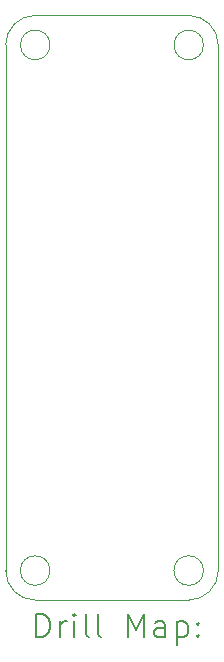
<source format=gbr>
%TF.GenerationSoftware,KiCad,Pcbnew,8.99.0-unknown-3024a7c569~178~ubuntu22.04.1*%
%TF.CreationDate,2024-05-15T11:10:48+10:00*%
%TF.ProjectId,PSU-Plus,5053552d-506c-4757-932e-6b696361645f,rev?*%
%TF.SameCoordinates,Original*%
%TF.FileFunction,Drillmap*%
%TF.FilePolarity,Positive*%
%FSLAX45Y45*%
G04 Gerber Fmt 4.5, Leading zero omitted, Abs format (unit mm)*
G04 Created by KiCad (PCBNEW 8.99.0-unknown-3024a7c569~178~ubuntu22.04.1) date 2024-05-15 11:10:48*
%MOMM*%
%LPD*%
G01*
G04 APERTURE LIST*
%ADD10C,0.050000*%
%ADD11C,0.200000*%
G04 APERTURE END LIST*
D10*
X16745000Y-14995000D02*
X18045000Y-14995000D01*
X18295000Y-14745000D02*
X18295000Y-10295000D01*
X18045000Y-10045000D02*
X16745000Y-10045000D01*
X16495000Y-10295000D02*
X16495000Y-14745000D01*
X16870000Y-14745000D02*
G75*
G02*
X16620000Y-14745000I-125000J0D01*
G01*
X16620000Y-14745000D02*
G75*
G02*
X16870000Y-14745000I125000J0D01*
G01*
X16745000Y-14995000D02*
G75*
G02*
X16495000Y-14745000I0J250000D01*
G01*
X18170000Y-10295000D02*
G75*
G02*
X17920000Y-10295000I-125000J0D01*
G01*
X17920000Y-10295000D02*
G75*
G02*
X18170000Y-10295000I125000J0D01*
G01*
X18170000Y-14745000D02*
G75*
G02*
X17920000Y-14745000I-125000J0D01*
G01*
X17920000Y-14745000D02*
G75*
G02*
X18170000Y-14745000I125000J0D01*
G01*
X16870000Y-10295000D02*
G75*
G02*
X16620000Y-10295000I-125000J0D01*
G01*
X16620000Y-10295000D02*
G75*
G02*
X16870000Y-10295000I125000J0D01*
G01*
X18295000Y-14745000D02*
G75*
G02*
X18045000Y-14995000I-250000J0D01*
G01*
X16494950Y-10295000D02*
G75*
G02*
X16745000Y-10044950I250050J0D01*
G01*
X18045000Y-10045000D02*
G75*
G02*
X18295000Y-10295000I0J-250000D01*
G01*
D11*
X16753227Y-15308984D02*
X16753227Y-15108984D01*
X16753227Y-15108984D02*
X16800846Y-15108984D01*
X16800846Y-15108984D02*
X16829417Y-15118508D01*
X16829417Y-15118508D02*
X16848465Y-15137555D01*
X16848465Y-15137555D02*
X16857989Y-15156603D01*
X16857989Y-15156603D02*
X16867513Y-15194698D01*
X16867513Y-15194698D02*
X16867513Y-15223269D01*
X16867513Y-15223269D02*
X16857989Y-15261365D01*
X16857989Y-15261365D02*
X16848465Y-15280412D01*
X16848465Y-15280412D02*
X16829417Y-15299460D01*
X16829417Y-15299460D02*
X16800846Y-15308984D01*
X16800846Y-15308984D02*
X16753227Y-15308984D01*
X16953227Y-15308984D02*
X16953227Y-15175650D01*
X16953227Y-15213746D02*
X16962751Y-15194698D01*
X16962751Y-15194698D02*
X16972275Y-15185174D01*
X16972275Y-15185174D02*
X16991322Y-15175650D01*
X16991322Y-15175650D02*
X17010370Y-15175650D01*
X17077036Y-15308984D02*
X17077036Y-15175650D01*
X17077036Y-15108984D02*
X17067513Y-15118508D01*
X17067513Y-15118508D02*
X17077036Y-15128031D01*
X17077036Y-15128031D02*
X17086560Y-15118508D01*
X17086560Y-15118508D02*
X17077036Y-15108984D01*
X17077036Y-15108984D02*
X17077036Y-15128031D01*
X17200846Y-15308984D02*
X17181798Y-15299460D01*
X17181798Y-15299460D02*
X17172275Y-15280412D01*
X17172275Y-15280412D02*
X17172275Y-15108984D01*
X17305608Y-15308984D02*
X17286560Y-15299460D01*
X17286560Y-15299460D02*
X17277036Y-15280412D01*
X17277036Y-15280412D02*
X17277036Y-15108984D01*
X17534179Y-15308984D02*
X17534179Y-15108984D01*
X17534179Y-15108984D02*
X17600846Y-15251841D01*
X17600846Y-15251841D02*
X17667513Y-15108984D01*
X17667513Y-15108984D02*
X17667513Y-15308984D01*
X17848465Y-15308984D02*
X17848465Y-15204222D01*
X17848465Y-15204222D02*
X17838941Y-15185174D01*
X17838941Y-15185174D02*
X17819894Y-15175650D01*
X17819894Y-15175650D02*
X17781798Y-15175650D01*
X17781798Y-15175650D02*
X17762751Y-15185174D01*
X17848465Y-15299460D02*
X17829417Y-15308984D01*
X17829417Y-15308984D02*
X17781798Y-15308984D01*
X17781798Y-15308984D02*
X17762751Y-15299460D01*
X17762751Y-15299460D02*
X17753227Y-15280412D01*
X17753227Y-15280412D02*
X17753227Y-15261365D01*
X17753227Y-15261365D02*
X17762751Y-15242317D01*
X17762751Y-15242317D02*
X17781798Y-15232793D01*
X17781798Y-15232793D02*
X17829417Y-15232793D01*
X17829417Y-15232793D02*
X17848465Y-15223269D01*
X17943703Y-15175650D02*
X17943703Y-15375650D01*
X17943703Y-15185174D02*
X17962751Y-15175650D01*
X17962751Y-15175650D02*
X18000846Y-15175650D01*
X18000846Y-15175650D02*
X18019894Y-15185174D01*
X18019894Y-15185174D02*
X18029417Y-15194698D01*
X18029417Y-15194698D02*
X18038941Y-15213746D01*
X18038941Y-15213746D02*
X18038941Y-15270888D01*
X18038941Y-15270888D02*
X18029417Y-15289936D01*
X18029417Y-15289936D02*
X18019894Y-15299460D01*
X18019894Y-15299460D02*
X18000846Y-15308984D01*
X18000846Y-15308984D02*
X17962751Y-15308984D01*
X17962751Y-15308984D02*
X17943703Y-15299460D01*
X18124656Y-15289936D02*
X18134179Y-15299460D01*
X18134179Y-15299460D02*
X18124656Y-15308984D01*
X18124656Y-15308984D02*
X18115132Y-15299460D01*
X18115132Y-15299460D02*
X18124656Y-15289936D01*
X18124656Y-15289936D02*
X18124656Y-15308984D01*
X18124656Y-15185174D02*
X18134179Y-15194698D01*
X18134179Y-15194698D02*
X18124656Y-15204222D01*
X18124656Y-15204222D02*
X18115132Y-15194698D01*
X18115132Y-15194698D02*
X18124656Y-15185174D01*
X18124656Y-15185174D02*
X18124656Y-15204222D01*
M02*

</source>
